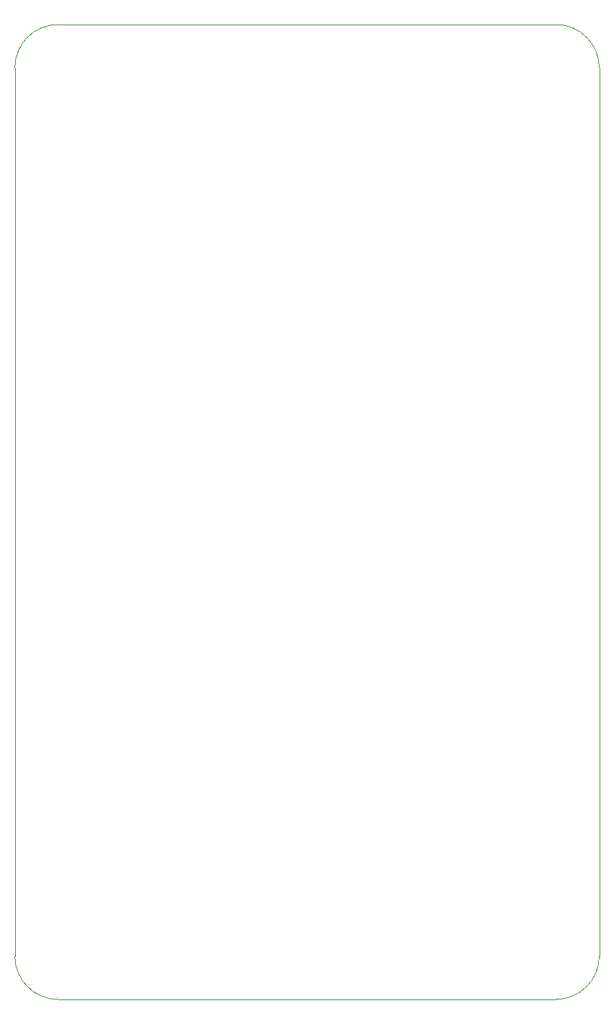
<source format=gbr>
%TF.GenerationSoftware,KiCad,Pcbnew,7.0.8*%
%TF.CreationDate,2023-11-15T23:37:16-08:00*%
%TF.ProjectId,guitar_pedal,67756974-6172-45f7-9065-64616c2e6b69,rev?*%
%TF.SameCoordinates,Original*%
%TF.FileFunction,Profile,NP*%
%FSLAX46Y46*%
G04 Gerber Fmt 4.6, Leading zero omitted, Abs format (unit mm)*
G04 Created by KiCad (PCBNEW 7.0.8) date 2023-11-15 23:37:16*
%MOMM*%
%LPD*%
G01*
G04 APERTURE LIST*
%TA.AperFunction,Profile*%
%ADD10C,0.050000*%
%TD*%
G04 APERTURE END LIST*
D10*
X125935000Y-154940000D02*
X184355000Y-154940000D01*
X184355000Y-154940000D02*
G75*
G03*
X189435000Y-149860000I0J5080000D01*
G01*
X120855000Y-45720000D02*
X120855000Y-149860000D01*
X189435000Y-149860000D02*
X189435000Y-45720000D01*
X184355000Y-40640000D02*
X125935000Y-40640000D01*
X120855000Y-149860000D02*
G75*
G03*
X125935000Y-154940000I5080000J0D01*
G01*
X125935000Y-40640000D02*
G75*
G03*
X120855000Y-45720000I0J-5080000D01*
G01*
X189435000Y-45720000D02*
G75*
G03*
X184355000Y-40640000I-5080000J0D01*
G01*
M02*

</source>
